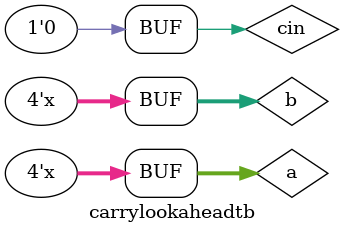
<source format=v>
`timescale 1ns / 1ps
module carrylookaheadtb();
reg [3:0]a,b;
reg cin;
wire [3:0]s;
wire cout;
carrylook dut(.a(a),.b(b),.cin(cin),.s(s),.cout(cout));
initial begin
a=4'b0000;
b=4'b0000;
cin=1'b0;
end
always #2 a=a+1'b1;
always #4 b=b+1'b1;
endmodule

</source>
